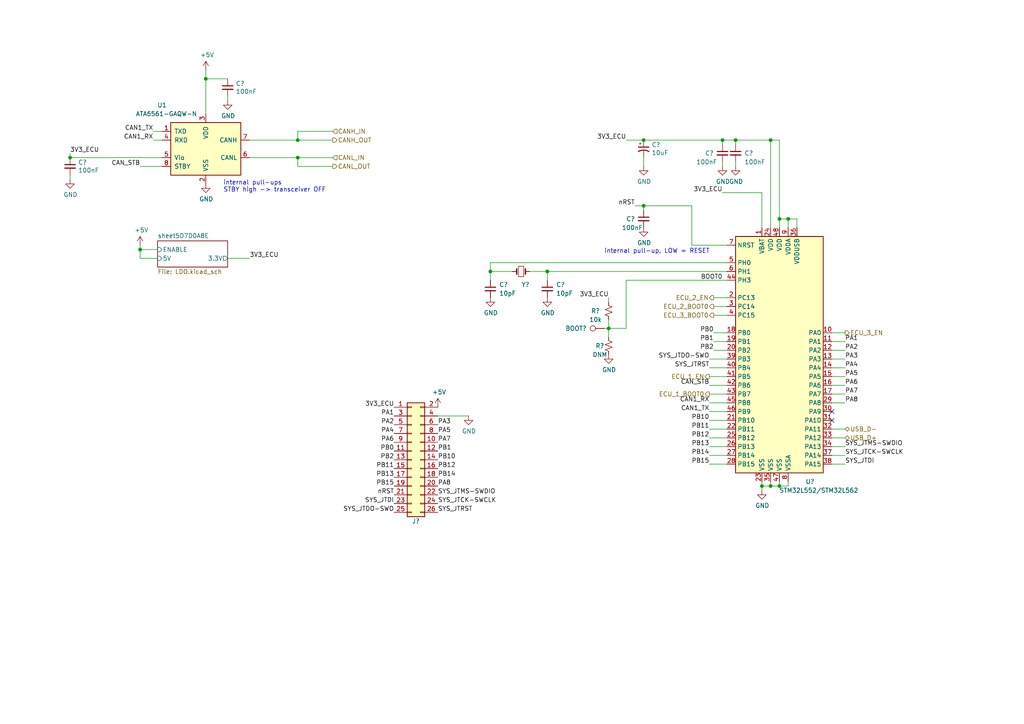
<source format=kicad_sch>
(kicad_sch (version 20231120) (generator "eeschema") (generator_version "8.0")
  (paper "A4")
  (title_block (title "RAMN: Resistant Automotive Miniature Network V1.0") (date "2024-02-20") (rev "B2L") (company "Copyright (c) 2024 TOYOTA MOTOR CORPORATION. ALL RIGHTS RESERVED.") (comment 3 "License: CC BY-SA 4.0") (comment 4 "https://github.com/toyotainfotech/ramn"))
  (lib_symbols
    (symbol "Connector:TestPoint" (pin_numbers hide) (pin_names (offset 0.762) hide)
      (property "Reference" "TP" (at 0 6.858 0))
      (property "Value" "TestPoint" (at 0 5.08 0))
      (symbol "TestPoint_0_1"
        (circle (center 0 3.302) (radius 0.762))
      )
      (symbol "TestPoint_1_1"
        (pin passive line (at 0 0 90) (length 2.54) (name "1") (number "1"))
      )
    )
    (symbol "Connector_Generic:Conn_02x13_Odd_Even" (pin_names (offset 1.016) hide)
      (property "Reference" "J" (at 1.27 17.78 0))
      (property "Value" "Conn_02x13_Odd_Even" (at 1.27 -17.78 0))
      (symbol "Conn_02x13_Odd_Even_1_1"
        (rectangle (start -1.27 -15.113) (end 0 -15.367) (stroke (width 0.1524)))
        (rectangle (start -1.27 -12.573) (end 0 -12.827) (stroke (width 0.1524)))
        (rectangle (start -1.27 -10.033) (end 0 -10.287) (stroke (width 0.1524)))
        (rectangle (start -1.27 -7.493) (end 0 -7.747) (stroke (width 0.1524)))
        (rectangle (start -1.27 -4.953) (end 0 -5.207) (stroke (width 0.1524)))
        (rectangle (start -1.27 -2.413) (end 0 -2.667) (stroke (width 0.1524)))
        (rectangle (start -1.27 0.127) (end 0 -0.127) (stroke (width 0.1524)))
        (rectangle (start -1.27 2.667) (end 0 2.413) (stroke (width 0.1524)))
        (rectangle (start -1.27 5.207) (end 0 4.953) (stroke (width 0.1524)))
        (rectangle (start -1.27 7.747) (end 0 7.493) (stroke (width 0.1524)))
        (rectangle (start -1.27 10.287) (end 0 10.033) (stroke (width 0.1524)))
        (rectangle (start -1.27 12.827) (end 0 12.573) (stroke (width 0.1524)))
        (rectangle (start -1.27 15.367) (end 0 15.113) (stroke (width 0.1524)))
        (rectangle (start -1.27 16.51) (end 3.81 -16.51) (stroke (width 0.254)) (fill (type background)))
        (rectangle (start 3.81 -15.113) (end 2.54 -15.367) (stroke (width 0.1524)))
        (rectangle (start 3.81 -12.573) (end 2.54 -12.827) (stroke (width 0.1524)))
        (rectangle (start 3.81 -10.033) (end 2.54 -10.287) (stroke (width 0.1524)))
        (rectangle (start 3.81 -7.493) (end 2.54 -7.747) (stroke (width 0.1524)))
        (rectangle (start 3.81 -4.953) (end 2.54 -5.207) (stroke (width 0.1524)))
        (rectangle (start 3.81 -2.413) (end 2.54 -2.667) (stroke (width 0.1524)))
        (rectangle (start 3.81 0.127) (end 2.54 -0.127) (stroke (width 0.1524)))
        (rectangle (start 3.81 2.667) (end 2.54 2.413) (stroke (width 0.1524)))
        (rectangle (start 3.81 5.207) (end 2.54 4.953) (stroke (width 0.1524)))
        (rectangle (start 3.81 7.747) (end 2.54 7.493) (stroke (width 0.1524)))
        (rectangle (start 3.81 10.287) (end 2.54 10.033) (stroke (width 0.1524)))
        (rectangle (start 3.81 12.827) (end 2.54 12.573) (stroke (width 0.1524)))
        (rectangle (start 3.81 15.367) (end 2.54 15.113) (stroke (width 0.1524)))
        (pin passive line (at -5.08 15.24 0) (length 3.81) (name "Pin_1") (number "1"))
        (pin passive line (at 7.62 5.08 180) (length 3.81) (name "Pin_10") (number "10"))
        (pin passive line (at -5.08 2.54 0) (length 3.81) (name "Pin_11") (number "11"))
        (pin passive line (at 7.62 2.54 180) (length 3.81) (name "Pin_12") (number "12"))
        (pin passive line (at -5.08 0 0) (length 3.81) (name "Pin_13") (number "13"))
        (pin passive line (at 7.62 0 180) (length 3.81) (name "Pin_14") (number "14"))
        (pin passive line (at -5.08 -2.54 0) (length 3.81) (name "Pin_15") (number "15"))
        (pin passive line (at 7.62 -2.54 180) (length 3.81) (name "Pin_16") (number "16"))
        (pin passive line (at -5.08 -5.08 0) (length 3.81) (name "Pin_17") (number "17"))
        (pin passive line (at 7.62 -5.08 180) (length 3.81) (name "Pin_18") (number "18"))
        (pin passive line (at -5.08 -7.62 0) (length 3.81) (name "Pin_19") (number "19"))
        (pin passive line (at 7.62 15.24 180) (length 3.81) (name "Pin_2") (number "2"))
        (pin passive line (at 7.62 -7.62 180) (length 3.81) (name "Pin_20") (number "20"))
        (pin passive line (at -5.08 -10.16 0) (length 3.81) (name "Pin_21") (number "21"))
        (pin passive line (at 7.62 -10.16 180) (length 3.81) (name "Pin_22") (number "22"))
        (pin passive line (at -5.08 -12.7 0) (length 3.81) (name "Pin_23") (number "23"))
        (pin passive line (at 7.62 -12.7 180) (length 3.81) (name "Pin_24") (number "24"))
        (pin passive line (at -5.08 -15.24 0) (length 3.81) (name "Pin_25") (number "25"))
        (pin passive line (at 7.62 -15.24 180) (length 3.81) (name "Pin_26") (number "26"))
        (pin passive line (at -5.08 12.7 0) (length 3.81) (name "Pin_3") (number "3"))
        (pin passive line (at 7.62 12.7 180) (length 3.81) (name "Pin_4") (number "4"))
        (pin passive line (at -5.08 10.16 0) (length 3.81) (name "Pin_5") (number "5"))
        (pin passive line (at 7.62 10.16 180) (length 3.81) (name "Pin_6") (number "6"))
        (pin passive line (at -5.08 7.62 0) (length 3.81) (name "Pin_7") (number "7"))
        (pin passive line (at 7.62 7.62 180) (length 3.81) (name "Pin_8") (number "8"))
        (pin passive line (at -5.08 5.08 0) (length 3.81) (name "Pin_9") (number "9"))
      )
    )
    (symbol "Device:C_Small" (pin_numbers hide) (pin_names (offset 0.254) hide)
      (property "Reference" "C" (at 0.254 1.778 0))
      (property "Value" "C_Small" (at 0.254 -2.032 0))
      (symbol "C_Small_0_1"
        (polyline (pts (xy -1.524 -0.508) (xy 1.524 -0.508)) (stroke (width 0.3302)))
        (polyline (pts (xy -1.524 0.508) (xy 1.524 0.508)) (stroke (width 0.3048)))
      )
      (symbol "C_Small_1_1"
        (pin passive line (at 0 2.54 270) (length 2.032) (name "~") (number "1"))
        (pin passive line (at 0 -2.54 90) (length 2.032) (name "~") (number "2"))
      )
    )
    (symbol "Device:Crystal_Small" (pin_numbers hide) (pin_names (offset 1.016) hide)
      (property "Reference" "Y" (at 0 2.54 0))
      (property "Value" "Crystal_Small" (at 0 -2.54 0))
      (symbol "Crystal_Small_0_1"
        (rectangle (start -0.762 -1.524) (end 0.762 1.524))
        (polyline (pts (xy -1.27 -0.762) (xy -1.27 0.762)) (stroke (width 0.381)))
        (polyline (pts (xy 1.27 -0.762) (xy 1.27 0.762)) (stroke (width 0.381)))
      )
      (symbol "Crystal_Small_1_1"
        (pin passive line (at -2.54 0 0) (length 1.27) (name "1") (number "1"))
        (pin passive line (at 2.54 0 180) (length 1.27) (name "2") (number "2"))
      )
    )
    (symbol "Device:R_Small_US" (pin_numbers hide) (pin_names (offset 0.254) hide)
      (property "Reference" "R" (at 0.762 0.508 0))
      (property "Value" "R_Small_US" (at 0.762 -1.016 0))
      (symbol "R_Small_US_1_1"
        (polyline (pts (xy 0 0) (xy 1.016 -0.381) (xy 0 -0.762) (xy -1.016 -1.143) (xy 0 -1.524)))
        (polyline (pts (xy 0 1.524) (xy 1.016 1.143) (xy 0 0.762) (xy -1.016 0.381) (xy 0 0)))
        (pin passive line (at 0 2.54 270) (length 1.016) (name "~") (number "1"))
        (pin passive line (at 0 -2.54 90) (length 1.016) (name "~") (number "2"))
      )
    )
    (symbol "Interface_CAN_LIN:MCP2562-E-SN" (pin_names (offset 1.016))
      (property "Reference" "U" (at -10.16 8.89 0))
      (property "Value" "MCP2562-E-SN" (at 2.54 8.89 0))
      (symbol "MCP2562-E-SN_0_1"
        (rectangle (start -10.16 7.62) (end 10.16 -7.62) (stroke (width 0.254)) (fill (type background)))
      )
      (symbol "MCP2562-E-SN_1_1"
        (pin input line (at -12.7 5.08 0) (length 2.54) (name "TXD") (number "1"))
        (pin power_in line (at 0 -10.16 90) (length 2.54) (name "VSS") (number "2"))
        (pin power_in line (at 0 10.16 270) (length 2.54) (name "VDD") (number "3"))
        (pin output line (at -12.7 2.54 0) (length 2.54) (name "RXD") (number "4"))
        (pin power_in line (at -12.7 -2.54 0) (length 2.54) (name "Vio") (number "5"))
        (pin bidirectional line (at 12.7 -2.54 180) (length 2.54) (name "CANL") (number "6"))
        (pin bidirectional line (at 12.7 2.54 180) (length 2.54) (name "CANH") (number "7"))
        (pin input line (at -12.7 -5.08 0) (length 2.54) (name "STBY") (number "8"))
      )
    )
    (symbol "ramn-rescue:+5V-power" (power) (pin_names (offset 0))
      (property "Value" "power_+5V" (at 0 3.556 0))
      (symbol "+5V-power_0_1"
        (polyline (pts (xy -0.762 1.27) (xy 0 2.54)))
        (polyline (pts (xy 0 0) (xy 0 2.54)))
        (polyline (pts (xy 0 2.54) (xy 0.762 1.27)))
      )
      (symbol "+5V-power_1_1"
        (pin power_in line (at 0 0 90) (length 0) hide (name "+5V") (number "1"))
      )
    )
    (symbol "ramn-rescue:CP1_Small-Device" (pin_numbers hide) (pin_names (offset 0.254) hide)
      (property "Reference" "C" (at 0.254 1.778 0))
      (property "Value" "Device_CP1_Small" (at 0.254 -2.032 0))
      (symbol "CP1_Small-Device_0_1"
        (polyline (pts (xy -1.524 0.508) (xy 1.524 0.508)) (stroke (width 0.3048)))
        (polyline (pts (xy -1.27 1.524) (xy -0.762 1.524)))
        (polyline (pts (xy -1.016 1.27) (xy -1.016 1.778)))
        (arc (start 1.524 -0.762) (mid 0 -0.3734) (end -1.524 -0.762) (stroke (width 0.3048)))
      )
      (symbol "CP1_Small-Device_1_1"
        (pin passive line (at 0 2.54 270) (length 2.032) (name "~") (number "1"))
        (pin passive line (at 0 -2.54 90) (length 2.032) (name "~") (number "2"))
      )
    )
    (symbol "ramn-rescue:GND-power" (power) (pin_names (offset 0))
      (property "Value" "power_GND" (at 0 -3.81 0))
      (symbol "GND-power_0_1"
        (polyline (pts (xy 0 0) (xy 0 -1.27) (xy 1.27 -1.27) (xy 0 -2.54) (xy -1.27 -1.27) (xy 0 -1.27)))
      )
      (symbol "GND-power_1_1"
        (pin power_in line (at 0 0 270) (length 0) hide (name "GND") (number "1"))
      )
    )
    (symbol "ramn-rescue:STM32L443CCTx-MCU_ST_STM32L4"
      (property "Reference" "U" (at -12.7 34.29 0))
      (property "Value" "MCU_ST_STM32L4_STM32L443CCTx" (at 7.62 34.29 0))
      (symbol "STM32L443CCTx-MCU_ST_STM32L4_0_1"
        (rectangle (start -12.7 -35.56) (end 12.7 33.02) (stroke (width 0.254)) (fill (type background)))
      )
      (symbol "STM32L443CCTx-MCU_ST_STM32L4_1_1"
        (pin power_in line (at -5.08 35.56 270) (length 2.54) (name "VBAT") (number "1"))
        (pin bidirectional line (at 15.24 5.08 180) (length 2.54) (name "PA0") (number "10"))
        (pin bidirectional line (at 15.24 2.54 180) (length 2.54) (name "PA1") (number "11"))
        (pin bidirectional line (at 15.24 0 180) (length 2.54) (name "PA2") (number "12"))
        (pin bidirectional line (at 15.24 -2.54 180) (length 2.54) (name "PA3") (number "13"))
        (pin bidirectional line (at 15.24 -5.08 180) (length 2.54) (name "PA4") (number "14"))
        (pin bidirectional line (at 15.24 -7.62 180) (length 2.54) (name "PA5") (number "15"))
        (pin bidirectional line (at 15.24 -10.16 180) (length 2.54) (name "PA6") (number "16"))
        (pin bidirectional line (at 15.24 -12.7 180) (length 2.54) (name "PA7") (number "17"))
        (pin bidirectional line (at -15.24 5.08 0) (length 2.54) (name "PB0") (number "18"))
        (pin bidirectional line (at -15.24 2.54 0) (length 2.54) (name "PB1") (number "19"))
        (pin bidirectional line (at -15.24 15.24 0) (length 2.54) (name "PC13") (number "2"))
        (pin bidirectional line (at -15.24 0 0) (length 2.54) (name "PB2") (number "20"))
        (pin bidirectional line (at -15.24 -20.32 0) (length 2.54) (name "PB10") (number "21"))
        (pin bidirectional line (at -15.24 -22.86 0) (length 2.54) (name "PB11") (number "22"))
        (pin power_in line (at -5.08 -38.1 90) (length 2.54) (name "VSS") (number "23"))
        (pin power_in line (at -2.54 35.56 270) (length 2.54) (name "VDD") (number "24"))
        (pin bidirectional line (at -15.24 -25.4 0) (length 2.54) (name "PB12") (number "25"))
        (pin bidirectional line (at -15.24 -27.94 0) (length 2.54) (name "PB13") (number "26"))
        (pin bidirectional line (at -15.24 -30.48 0) (length 2.54) (name "PB14") (number "27"))
        (pin bidirectional line (at -15.24 -33.02 0) (length 2.54) (name "PB15") (number "28"))
        (pin bidirectional line (at 15.24 -15.24 180) (length 2.54) (name "PA8") (number "29"))
        (pin bidirectional line (at -15.24 12.7 0) (length 2.54) (name "PC14") (number "3"))
        (pin bidirectional line (at 15.24 -17.78 180) (length 2.54) (name "PA9") (number "30"))
        (pin bidirectional line (at 15.24 -20.32 180) (length 2.54) (name "PA10") (number "31"))
        (pin bidirectional line (at 15.24 -22.86 180) (length 2.54) (name "PA11") (number "32"))
        (pin bidirectional line (at 15.24 -25.4 180) (length 2.54) (name "PA12") (number "33"))
        (pin bidirectional line (at 15.24 -27.94 180) (length 2.54) (name "PA13") (number "34"))
        (pin power_in line (at -2.54 -38.1 90) (length 2.54) (name "VSS") (number "35"))
        (pin power_in line (at 5.08 35.56 270) (length 2.54) (name "VDDUSB") (number "36"))
        (pin bidirectional line (at 15.24 -30.48 180) (length 2.54) (name "PA14") (number "37"))
        (pin bidirectional line (at 15.24 -33.02 180) (length 2.54) (name "PA15") (number "38"))
        (pin bidirectional line (at -15.24 -2.54 0) (length 2.54) (name "PB3") (number "39"))
        (pin bidirectional line (at -15.24 10.16 0) (length 2.54) (name "PC15") (number "4"))
        (pin bidirectional line (at -15.24 -5.08 0) (length 2.54) (name "PB4") (number "40"))
        (pin bidirectional line (at -15.24 -7.62 0) (length 2.54) (name "PB5") (number "41"))
        (pin bidirectional line (at -15.24 -10.16 0) (length 2.54) (name "PB6") (number "42"))
        (pin bidirectional line (at -15.24 -12.7 0) (length 2.54) (name "PB7") (number "43"))
        (pin bidirectional line (at -15.24 20.32 0) (length 2.54) (name "PH3") (number "44"))
        (pin bidirectional line (at -15.24 -15.24 0) (length 2.54) (name "PB8") (number "45"))
        (pin bidirectional line (at -15.24 -17.78 0) (length 2.54) (name "PB9") (number "46"))
        (pin power_in line (at 0 -38.1 90) (length 2.54) (name "VSS") (number "47"))
        (pin power_in line (at 0 35.56 270) (length 2.54) (name "VDD") (number "48"))
        (pin input line (at -15.24 25.4 0) (length 2.54) (name "PH0") (number "5"))
        (pin input line (at -15.24 22.86 0) (length 2.54) (name "PH1") (number "6"))
        (pin input line (at -15.24 30.48 0) (length 2.54) (name "NRST") (number "7"))
        (pin power_in line (at 2.54 -38.1 90) (length 2.54) (name "VSSA") (number "8"))
        (pin power_in line (at 2.54 35.56 270) (length 2.54) (name "VDDA") (number "9"))
      )
    )
  )
  (junction (at 176.53 95.25))
  (junction (at 226.06 63.5))
  (junction (at 59.69 22.86))
  (junction (at 223.52 140.97))
  (junction (at 20.32 45.72))
  (junction (at 223.52 40.64))
  (junction (at 220.98 140.97))
  (junction (at 228.6 63.5))
  (junction (at 142.24 78.74))
  (junction (at 213.36 40.64))
  (junction (at 186.69 59.69))
  (junction (at 226.06 140.97))
  (junction (at 86.36 40.64))
  (junction (at 40.64 72.39))
  (junction (at 186.69 40.64))
  (junction (at 209.55 40.64))
  (junction (at 86.36 45.72))
  (junction (at 158.75 78.74))
  (no_connect (at 241.3 121.92))
  (no_connect (at 241.3 119.38))
  (wire (pts (xy 220.98 55.88) (xy 220.98 66.04)))
  (wire (pts (xy 210.82 114.3) (xy 205.74 114.3)))
  (wire (pts (xy 241.3 96.52) (xy 245.11 96.52)))
  (wire (pts (xy 176.53 95.25) (xy 175.26 95.25)))
  (wire (pts (xy 207.01 96.52) (xy 210.82 96.52)))
  (wire (pts (xy 241.3 127) (xy 245.11 127)))
  (wire (pts (xy 245.11 124.46) (xy 241.3 124.46)))
  (wire (pts (xy 44.45 40.64) (xy 46.99 40.64)))
  (wire (pts (xy 40.64 74.93) (xy 45.72 74.93)))
  (wire (pts (xy 207.01 88.9) (xy 210.82 88.9)))
  (wire (pts (xy 207.01 86.36) (xy 210.82 86.36)))
  (wire (pts (xy 181.61 81.28) (xy 181.61 95.25)))
  (wire (pts (xy 213.36 46.99) (xy 213.36 48.26)))
  (wire (pts (xy 186.69 45.72) (xy 186.69 48.26)))
  (wire (pts (xy 223.52 139.7) (xy 223.52 140.97)))
  (wire (pts (xy 210.82 106.68) (xy 205.74 106.68)))
  (wire (pts (xy 127 120.65) (xy 135.89 120.65)))
  (wire (pts (xy 228.6 66.04) (xy 228.6 63.5)))
  (wire (pts (xy 142.24 76.2) (xy 142.24 78.74)))
  (wire (pts (xy 228.6 139.7) (xy 228.6 140.97)))
  (wire (pts (xy 142.24 76.2) (xy 210.82 76.2)))
  (wire (pts (xy 223.52 66.04) (xy 223.52 40.64)))
  (wire (pts (xy 72.39 40.64) (xy 86.36 40.64)))
  (wire (pts (xy 176.53 86.36) (xy 176.53 87.63)))
  (wire (pts (xy 209.55 40.64) (xy 213.36 40.64)))
  (wire (pts (xy 176.53 95.25) (xy 176.53 97.79)))
  (wire (pts (xy 72.39 45.72) (xy 86.36 45.72)))
  (wire (pts (xy 40.64 72.39) (xy 40.64 74.93)))
  (wire (pts (xy 142.24 78.74) (xy 142.24 81.28)))
  (wire (pts (xy 231.14 63.5) (xy 231.14 66.04)))
  (wire (pts (xy 205.74 121.92) (xy 210.82 121.92)))
  (wire (pts (xy 176.53 92.71) (xy 176.53 95.25)))
  (wire (pts (xy 210.82 104.14) (xy 205.74 104.14)))
  (wire (pts (xy 86.36 45.72) (xy 96.52 45.72)))
  (wire (pts (xy 241.3 109.22) (xy 245.11 109.22)))
  (wire (pts (xy 86.36 38.1) (xy 96.52 38.1)))
  (wire (pts (xy 205.74 129.54) (xy 210.82 129.54)))
  (wire (pts (xy 228.6 63.5) (xy 231.14 63.5)))
  (wire (pts (xy 20.32 50.8) (xy 20.32 52.07)))
  (wire (pts (xy 153.67 78.74) (xy 158.75 78.74)))
  (wire (pts (xy 209.55 46.99) (xy 209.55 48.26)))
  (wire (pts (xy 209.55 40.64) (xy 209.55 41.91)))
  (wire (pts (xy 186.69 59.69) (xy 200.66 59.69)))
  (wire (pts (xy 209.55 55.88) (xy 220.98 55.88)))
  (wire (pts (xy 205.74 132.08) (xy 210.82 132.08)))
  (wire (pts (xy 59.69 22.86) (xy 59.69 33.02)))
  (wire (pts (xy 186.69 40.64) (xy 181.61 40.64)))
  (wire (pts (xy 226.06 63.5) (xy 226.06 40.64)))
  (wire (pts (xy 86.36 48.26) (xy 86.36 45.72)))
  (wire (pts (xy 213.36 40.64) (xy 223.52 40.64)))
  (wire (pts (xy 241.3 129.54) (xy 245.11 129.54)))
  (wire (pts (xy 66.04 74.93) (xy 72.39 74.93)))
  (wire (pts (xy 186.69 59.69) (xy 184.15 59.69)))
  (wire (pts (xy 158.75 78.74) (xy 210.82 78.74)))
  (wire (pts (xy 226.06 140.97) (xy 223.52 140.97)))
  (wire (pts (xy 223.52 40.64) (xy 226.06 40.64)))
  (wire (pts (xy 207.01 101.6) (xy 210.82 101.6)))
  (wire (pts (xy 186.69 40.64) (xy 209.55 40.64)))
  (wire (pts (xy 200.66 71.12) (xy 210.82 71.12)))
  (wire (pts (xy 142.24 78.74) (xy 148.59 78.74)))
  (wire (pts (xy 45.72 72.39) (xy 40.64 72.39)))
  (wire (pts (xy 205.74 124.46) (xy 210.82 124.46)))
  (wire (pts (xy 228.6 63.5) (xy 226.06 63.5)))
  (wire (pts (xy 241.3 104.14) (xy 245.11 104.14)))
  (wire (pts (xy 241.3 99.06) (xy 245.11 99.06)))
  (wire (pts (xy 241.3 111.76) (xy 245.11 111.76)))
  (wire (pts (xy 40.64 71.12) (xy 40.64 72.39)))
  (wire (pts (xy 226.06 139.7) (xy 226.06 140.97)))
  (wire (pts (xy 46.99 48.26) (xy 40.64 48.26)))
  (wire (pts (xy 205.74 109.22) (xy 210.82 109.22)))
  (wire (pts (xy 207.01 99.06) (xy 210.82 99.06)))
  (wire (pts (xy 220.98 140.97) (xy 220.98 142.24)))
  (wire (pts (xy 181.61 95.25) (xy 176.53 95.25)))
  (wire (pts (xy 245.11 132.08) (xy 241.3 132.08)))
  (wire (pts (xy 205.74 119.38) (xy 210.82 119.38)))
  (wire (pts (xy 241.3 106.68) (xy 245.11 106.68)))
  (wire (pts (xy 86.36 40.64) (xy 86.36 38.1)))
  (wire (pts (xy 181.61 81.28) (xy 210.82 81.28)))
  (wire (pts (xy 59.69 20.32) (xy 59.69 22.86)))
  (wire (pts (xy 86.36 48.26) (xy 96.52 48.26)))
  (wire (pts (xy 66.04 27.94) (xy 66.04 29.21)))
  (wire (pts (xy 220.98 139.7) (xy 220.98 140.97)))
  (wire (pts (xy 241.3 101.6) (xy 245.11 101.6)))
  (wire (pts (xy 241.3 116.84) (xy 245.11 116.84)))
  (wire (pts (xy 245.11 134.62) (xy 241.3 134.62)))
  (wire (pts (xy 205.74 116.84) (xy 210.82 116.84)))
  (wire (pts (xy 20.32 45.72) (xy 46.99 45.72)))
  (wire (pts (xy 213.36 40.64) (xy 213.36 41.91)))
  (wire (pts (xy 228.6 140.97) (xy 226.06 140.97)))
  (wire (pts (xy 186.69 60.96) (xy 186.69 59.69)))
  (wire (pts (xy 205.74 111.76) (xy 210.82 111.76)))
  (wire (pts (xy 20.32 44.45) (xy 20.32 45.72)))
  (wire (pts (xy 205.74 127) (xy 210.82 127)))
  (wire (pts (xy 241.3 114.3) (xy 245.11 114.3)))
  (wire (pts (xy 86.36 40.64) (xy 96.52 40.64)))
  (wire (pts (xy 226.06 66.04) (xy 226.06 63.5)))
  (wire (pts (xy 66.04 22.86) (xy 59.69 22.86)))
  (wire (pts (xy 210.82 91.44) (xy 207.01 91.44)))
  (wire (pts (xy 158.75 78.74) (xy 158.75 81.28)))
  (wire (pts (xy 200.66 59.69) (xy 200.66 71.12)))
  (wire (pts (xy 44.45 38.1) (xy 46.99 38.1)))
  (wire (pts (xy 223.52 140.97) (xy 220.98 140.97)))
  (wire (pts (xy 205.74 134.62) (xy 210.82 134.62)))
  (text "internal pull-up. LOW = RESET" (at 175.26 73.66 0) (effects (font (size 1.27 1.27)) (justify left bottom)))
  (text "internal pull-ups\nSTBY high -> transceiver OFF" (at 64.77 55.88 0) (effects (font (size 1.27 1.27)) (justify left bottom)))
  (label "3V3_ECU" (at 209.55 55.88 180))
  (label "PA6" (at 245.11 111.76 0))
  (label "PB14" (at 205.74 132.08 180))
  (label "PA2" (at 114.3 123.19 180))
  (label "PB14" (at 127 138.43 0))
  (label "3V3_ECU" (at 181.61 40.64 180))
  (label "PB1" (at 127 130.81 0))
  (label "PA4" (at 245.11 106.68 0))
  (label "PA3" (at 245.11 104.14 0))
  (label "SYS_JTMS-SWDIO" (at 245.11 129.54 0))
  (label "CAN_STB" (at 205.74 111.76 180))
  (label "SYS_JTDO-SWO" (at 205.74 104.14 180))
  (label "CAN1_RX" (at 44.45 40.64 180))
  (label "nRST" (at 114.3 143.51 180))
  (label "PB15" (at 114.3 140.97 180))
  (label "3V3_ECU" (at 20.32 44.45 0))
  (label "PB10" (at 205.74 121.92 180))
  (label "PB13" (at 205.74 129.54 180))
  (label "3V3_ECU" (at 176.53 86.36 180))
  (label "CAN1_TX" (at 44.45 38.1 180))
  (label "PB11" (at 205.74 124.46 180))
  (label "PA5" (at 245.11 109.22 0))
  (label "CAN1_RX" (at 205.74 116.84 180))
  (label "PA7" (at 127 128.27 0))
  (label "3V3_ECU" (at 72.39 74.93 0))
  (label "PB0" (at 114.3 130.81 180))
  (label "PB11" (at 114.3 135.89 180))
  (label "PB0" (at 207.01 96.52 180))
  (label "PA8" (at 245.11 116.84 0))
  (label "3V3_ECU" (at 114.3 118.11 180))
  (label "SYS_JTCK-SWCLK" (at 245.11 132.08 0))
  (label "PB1" (at 207.01 99.06 180))
  (label "SYS_JTRST" (at 205.74 106.68 180))
  (label "PB10" (at 127 133.35 0))
  (label "PA1" (at 114.3 120.65 180))
  (label "CAN1_TX" (at 205.74 119.38 180))
  (label "PA3" (at 127 123.19 0))
  (label "BOOT0" (at 209.55 81.28 180))
  (label "PA4" (at 114.3 125.73 180))
  (label "nRST" (at 184.15 59.69 180))
  (label "CAN_STB" (at 40.64 48.26 180))
  (label "PA8" (at 127 140.97 0))
  (label "SYS_JTDI" (at 114.3 146.05 180))
  (label "SYS_JTCK-SWCLK" (at 127 146.05 0))
  (label "PA7" (at 245.11 114.3 0))
  (label "PB12" (at 127 135.89 0))
  (label "PA1" (at 245.11 99.06 0))
  (label "SYS_JTRST" (at 127 148.59 0))
  (label "PB15" (at 205.74 134.62 180))
  (label "PB2" (at 114.3 133.35 180))
  (label "SYS_JTMS-SWDIO" (at 127 143.51 0))
  (label "PA5" (at 127 125.73 0))
  (label "SYS_JTDI" (at 245.11 134.62 0))
  (label "PB2" (at 207.01 101.6 180))
  (label "PA6" (at 114.3 128.27 180))
  (label "PB13" (at 114.3 138.43 180))
  (label "PA2" (at 245.11 101.6 0))
  (label "PB12" (at 205.74 127 180))
  (label "SYS_JTDO-SWO" (at 114.3 148.59 180))
  (hierarchical_label "CANL_IN" (shape input) (at 96.52 45.72 0))
  (hierarchical_label "ECU_3_BOOT0" (shape output) (at 207.01 91.44 180))
  (hierarchical_label "USB_D-" (shape bidirectional) (at 245.11 124.46 0))
  (hierarchical_label "USB_D+" (shape bidirectional) (at 245.11 127 0))
  (hierarchical_label "CANH_IN" (shape input) (at 96.52 38.1 0))
  (hierarchical_label "ECU_2_EN" (shape output) (at 207.01 86.36 180))
  (hierarchical_label "CANH_OUT" (shape output) (at 96.52 40.64 0))
  (hierarchical_label "ECU_1_EN" (shape output) (at 205.74 109.22 180))
  (hierarchical_label "ECU_2_BOOT0" (shape output) (at 207.01 88.9 180))
  (hierarchical_label "ECU_3_EN" (shape output) (at 245.11 96.52 0))
  (hierarchical_label "ECU_1_BOOT0" (shape output) (at 205.74 114.3 180))
  (hierarchical_label "CANL_OUT" (shape output) (at 96.52 48.26 0))
  (symbol (lib_id "ramn-rescue:+5V-power") (at 40.64 71.12 0) (unit 1)
    (property "Reference" "#PWR07" (effects (hide yes)))
    (property "Value" "+5V" (at 41.021 66.7258 0))
  )
  (symbol (lib_id "ramn-rescue:GND-power") (at 135.89 120.65 0) (unit 1)
    (property "Reference" "#PWR?" (effects (hide yes)))
    (property "Value" "GND" (at 136.017 125.0442 0))
    (instances (project "" (path "" (reference "#PWR?") (unit 1)) (path "" (reference "#PWR?") (unit 1)) (path "" (reference "#PWR012") (unit 1)) (path "" (reference "#PWR?") (unit 1))))
  )
  (symbol (lib_id "ramn-rescue:+5V-power") (at 127 118.11 0) (unit 1)
    (property "Reference" "#PWR?" (effects (hide yes)))
    (property "Value" "+5V" (at 127.381 113.7158 0))
    (instances (project "" (path "" (reference "#PWR?") (unit 1)) (path "" (reference "#PWR?") (unit 1)) (path "" (reference "#PWR011") (unit 1)) (path "" (reference "#PWR?") (unit 1))))
  )
  (symbol (lib_id "ramn-rescue:STM32L443CCTx-MCU_ST_STM32L4") (at 226.06 101.6 0) (unit 1)
    (property "Reference" "U?" (at 234.95 139.7 0))
    (property "Value" "STM32L552/STM32L562" (at 237.49 142.24 0))
    (property "Footprint" "Package_QFP:LQFP-48_7x7mm_P0.5mm" (effects (hide yes)))
    (property "Datasheet" "http://www.st.com/st-web-ui/static/active/en/resource/technical/document/datasheet/DM00254865.pdf" (effects (hide yes)))
    (instances (project "" (path "" (reference "U?") (unit 1)) (path "" (reference "U2") (unit 1))))
  )
  (symbol (lib_id "Device:C_Small") (at 209.55 44.45 0) (unit 1)
    (property "Reference" "C?" (at 204.47 44.45 0) (effects (justify left)))
    (property "Value" "100nF" (at 201.93 46.99 0) (effects (justify left)))
    (property "Footprint" "Capacitor_SMD:C_0603_1608Metric" (effects (hide yes)))
    (instances (project "" (path "" (reference "C?") (unit 1)) (path "" (reference "C9") (unit 1))))
  )
  (symbol (lib_id "Device:C_Small") (at 213.36 44.45 0) (unit 1)
    (property "Reference" "C?" (at 215.9 44.45 0) (effects (justify left)))
    (property "Value" "100nF" (at 215.9 46.99 0) (effects (justify left)))
    (property "Footprint" "Capacitor_SMD:C_0603_1608Metric" (effects (hide yes)))
    (instances (project "" (path "" (reference "C?") (unit 1)) (path "" (reference "C10") (unit 1))))
  )
  (symbol (lib_id "ramn-rescue:GND-power") (at 213.36 48.26 0) (unit 1)
    (property "Reference" "#PWR?" (effects (hide yes)))
    (property "Value" "GND" (at 213.487 52.6542 0))
    (instances (project "" (path "" (reference "#PWR?") (unit 1)) (path "" (reference "#PWR019") (unit 1))))
  )
  (symbol (lib_id "ramn-rescue:GND-power") (at 209.55 48.26 0) (unit 1)
    (property "Reference" "#PWR?" (effects (hide yes)))
    (property "Value" "GND" (at 209.677 52.6542 0))
    (instances (project "" (path "" (reference "#PWR?") (unit 1)) (path "" (reference "#PWR018") (unit 1))))
  )
  (symbol (lib_id "ramn-rescue:GND-power") (at 186.69 48.26 0) (unit 1)
    (property "Reference" "#PWR?" (effects (hide yes)))
    (property "Value" "GND" (at 186.817 52.6542 0))
    (instances (project "" (path "" (reference "#PWR?") (unit 1)) (path "" (reference "#PWR016") (unit 1))))
  )
  (symbol (lib_id "ramn-rescue:CP1_Small-Device") (at 186.69 43.18 0) (unit 1)
    (property "Reference" "C?" (at 189.0014 42.0116 0) (effects (justify left)))
    (property "Value" "10uF" (at 189.0014 44.323 0) (effects (justify left)))
    (property "Footprint" "Capacitor_SMD:C_1206_3216Metric" (effects (hide yes)))
    (instances (project "" (path "" (reference "C?") (unit 1)) (path "" (reference "C7") (unit 1))))
  )
  (symbol (lib_id "Device:C_Small") (at 186.69 63.5 0) (unit 1)
    (property "Reference" "C?" (at 181.61 63.5 0) (effects (justify left)))
    (property "Value" "100nF" (at 180.34 66.04 0) (effects (justify left)))
    (property "Footprint" "Capacitor_SMD:C_0603_1608Metric" (effects (hide yes)))
    (instances (project "" (path "" (reference "C?") (unit 1)) (path "" (reference "C8") (unit 1))))
  )
  (symbol (lib_id "ramn-rescue:GND-power") (at 186.69 66.04 0) (unit 1)
    (property "Reference" "#PWR?" (effects (hide yes)))
    (property "Value" "GND" (at 186.817 70.4342 0))
    (instances (project "" (path "" (reference "#PWR?") (unit 1)) (path "" (reference "#PWR017") (unit 1))))
  )
  (symbol (lib_id "ramn-rescue:GND-power") (at 220.98 142.24 0) (unit 1)
    (property "Reference" "#PWR?" (effects (hide yes)))
    (property "Value" "GND" (at 221.107 146.6342 0))
    (instances (project "" (path "" (reference "#PWR?") (unit 1)) (path "" (reference "#PWR020") (unit 1))))
  )
  (symbol (lib_id "Device:Crystal_Small") (at 151.13 78.74 0) (unit 1)
    (property "Reference" "Y?" (at 152.4 82.55 0))
    (property "Value" "NX3225GD-8MHZ-STD-CRA-3" (effects (hide yes)))
    (property "Footprint" "digikey-footprints:SMD-2_3.2x2.5mm" (effects (hide yes)))
    (instances (project "" (path "" (reference "Y?") (unit 1)) (path "" (reference "Y1") (unit 1))))
  )
  (symbol (lib_id "Device:C_Small") (at 142.24 83.82 0) (unit 1)
    (property "Reference" "C?" (at 144.78 82.55 0) (effects (justify left)))
    (property "Value" "10pF" (at 144.78 85.09 0) (effects (justify left)))
    (property "Footprint" "Capacitor_SMD:C_0603_1608Metric" (effects (hide yes)))
    (instances (project "" (path "" (reference "C?") (unit 1)) (path "" (reference "C5") (unit 1))))
  )
  (symbol (lib_id "Device:C_Small") (at 158.75 83.82 0) (unit 1)
    (property "Reference" "C?" (at 161.29 82.55 0) (effects (justify left)))
    (property "Value" "10pF" (at 161.29 85.09 0) (effects (justify left)))
    (property "Footprint" "Capacitor_SMD:C_0603_1608Metric" (effects (hide yes)))
    (instances (project "" (path "" (reference "C?") (unit 1)) (path "" (reference "C6") (unit 1))))
  )
  (symbol (lib_id "ramn-rescue:GND-power") (at 158.75 86.36 0) (unit 1)
    (property "Reference" "#PWR?" (effects (hide yes)))
    (property "Value" "GND" (at 158.877 90.7542 0))
    (instances (project "" (path "" (reference "#PWR?") (unit 1)) (path "" (reference "#PWR014") (unit 1))))
  )
  (symbol (lib_id "ramn-rescue:GND-power") (at 142.24 86.36 0) (unit 1)
    (property "Reference" "#PWR?" (effects (hide yes)))
    (property "Value" "GND" (at 142.367 90.7542 0))
    (instances (project "" (path "" (reference "#PWR?") (unit 1)) (path "" (reference "#PWR013") (unit 1))))
  )
  (symbol (lib_id "Connector:TestPoint") (at 175.26 95.25 90) (unit 1)
    (property "Reference" "BOOT?" (at 170.18 95.25 90) (effects (justify left)))
    (property "Value" " " (at 174.5742 93.7768 0) (effects (justify left)))
    (property "Footprint" "TestPoint:TestPoint_Pad_D1.0mm" (effects (hide yes)))
    (instances (project "" (path "" (reference "BOOT?") (unit 1)) (path "" (reference "BOOT0") (unit 1))))
  )
  (symbol (lib_id "Connector_Generic:Conn_02x13_Odd_Even") (at 119.38 133.35 0) (unit 1)
    (property "Reference" "J?" (at 120.65 151.13 0))
    (property "Value" " " (at 120.65 114.9096 0))
    (property "Footprint" "Connector_PinSocket_2.54mm:PinSocket_2x13_P2.54mm_Vertical" (effects (hide yes)))
    (instances (project "" (path "" (reference "J?") (unit 1)) (path "" (reference "J3") (unit 1)) (path "" (reference "J?") (unit 1))))
  )
  (symbol (lib_id "Interface_CAN_LIN:MCP2562-E-SN") (at 59.69 43.18 0) (unit 1)
    (property "Reference" "U1" (at 46.99 30.48 0))
    (property "Value" "ATA6561-GAQW-N" (at 48.26 33.02 0))
    (property "Footprint" "Package_SO:SOIC-8_3.9x4.9mm_P1.27mm" (effects (hide yes)))
  )
  (symbol (lib_id "Device:C_Small") (at 20.32 48.26 0) (unit 1)
    (property "Reference" "C?" (at 22.6568 47.0916 0) (effects (justify left)))
    (property "Value" "100nF" (at 22.6568 49.403 0) (effects (justify left)))
    (property "Footprint" "Capacitor_SMD:C_0603_1608Metric" (effects (hide yes)))
    (instances (project "" (path "" (reference "C?") (unit 1)) (path "" (reference "C3") (unit 1))))
  )
  (symbol (lib_id "ramn-rescue:GND-power") (at 20.32 52.07 0) (unit 1)
    (property "Reference" "#PWR?" (effects (hide yes)))
    (property "Value" "GND" (at 20.447 56.4642 0))
    (instances (project "" (path "" (reference "#PWR?") (unit 1)) (path "" (reference "#PWR06") (unit 1))))
  )
  (symbol (lib_id "Device:C_Small") (at 66.04 25.4 0) (unit 1)
    (property "Reference" "C?" (at 68.3768 24.2316 0) (effects (justify left)))
    (property "Value" "100nF" (at 68.3768 26.543 0) (effects (justify left)))
    (property "Footprint" "Capacitor_SMD:C_0603_1608Metric" (effects (hide yes)))
    (instances (project "" (path "" (reference "C?") (unit 1)) (path "" (reference "C4") (unit 1))))
  )
  (symbol (lib_id "ramn-rescue:GND-power") (at 66.04 29.21 0) (unit 1)
    (property "Reference" "#PWR?" (effects (hide yes)))
    (property "Value" "GND" (at 66.167 33.6042 0))
    (instances (project "" (path "" (reference "#PWR?") (unit 1)) (path "" (reference "#PWR010") (unit 1))))
  )
  (symbol (lib_id "ramn-rescue:+5V-power") (at 59.69 20.32 0) (unit 1)
    (property "Reference" "#PWR08" (effects (hide yes)))
    (property "Value" "+5V" (at 60.071 15.9258 0))
  )
  (symbol (lib_id "ramn-rescue:GND-power") (at 59.69 53.34 0) (unit 1)
    (property "Reference" "#PWR?" (effects (hide yes)))
    (property "Value" "GND" (at 59.817 57.7342 0))
    (instances (project "" (path "" (reference "#PWR?") (unit 1)) (path "" (reference "#PWR09") (unit 1))))
  )
  (symbol (lib_id "Device:R_Small_US") (at 176.53 100.33 0) (unit 1)
    (property "Reference" "R?" (at 173.99 100.33 0))
    (property "Value" "DNM" (at 173.99 102.87 0))
    (property "Footprint" "Resistor_SMD:R_0603_1608Metric" (effects (hide yes)))
    (instances (project "" (path "" (reference "R?") (unit 1)) (path "" (reference "R?") (unit 1)) (path "" (reference "R9") (unit 1)) (path "" (reference "R?") (unit 1))))
  )
  (symbol (lib_id "ramn-rescue:GND-power") (at 176.53 102.87 0) (unit 1)
    (property "Reference" "#PWR?" (effects (hide yes)))
    (property "Value" "GND" (at 176.657 107.2642 0))
    (instances (project "" (path "" (reference "#PWR?") (unit 1)) (path "" (reference "#PWR015") (unit 1))))
  )
  (symbol (lib_id "Device:R_Small_US") (at 176.53 90.17 0) (unit 1)
    (property "Reference" "R?" (at 172.72 90.17 0))
    (property "Value" "10k" (at 172.72 92.71 0))
    (property "Footprint" "Resistor_SMD:R_0603_1608Metric" (effects (hide yes)))
    (instances (project "" (path "" (reference "R?") (unit 1)) (path "" (reference "R?") (unit 1)) (path "" (reference "R8") (unit 1)) (path "" (reference "R?") (unit 1))))
  )
  (sheet (at 45.72 69.85) (size 20.32 7.62)
    (property "Sheetname" "sheet5D7D0A8E" (at 45.72 69.1384 0) (effects (justify left bottom)))
    (property "Sheetfile" "LDO.kicad_sch" (at 45.72 78.0546 0) (effects (justify left top)))
    (pin "3.3V" output (at 66.04 74.93 0))
    (pin "5V" input (at 45.72 74.93 180))
    (pin "ENABLE" input (at 45.72 72.39 180))
  )
)
</source>
